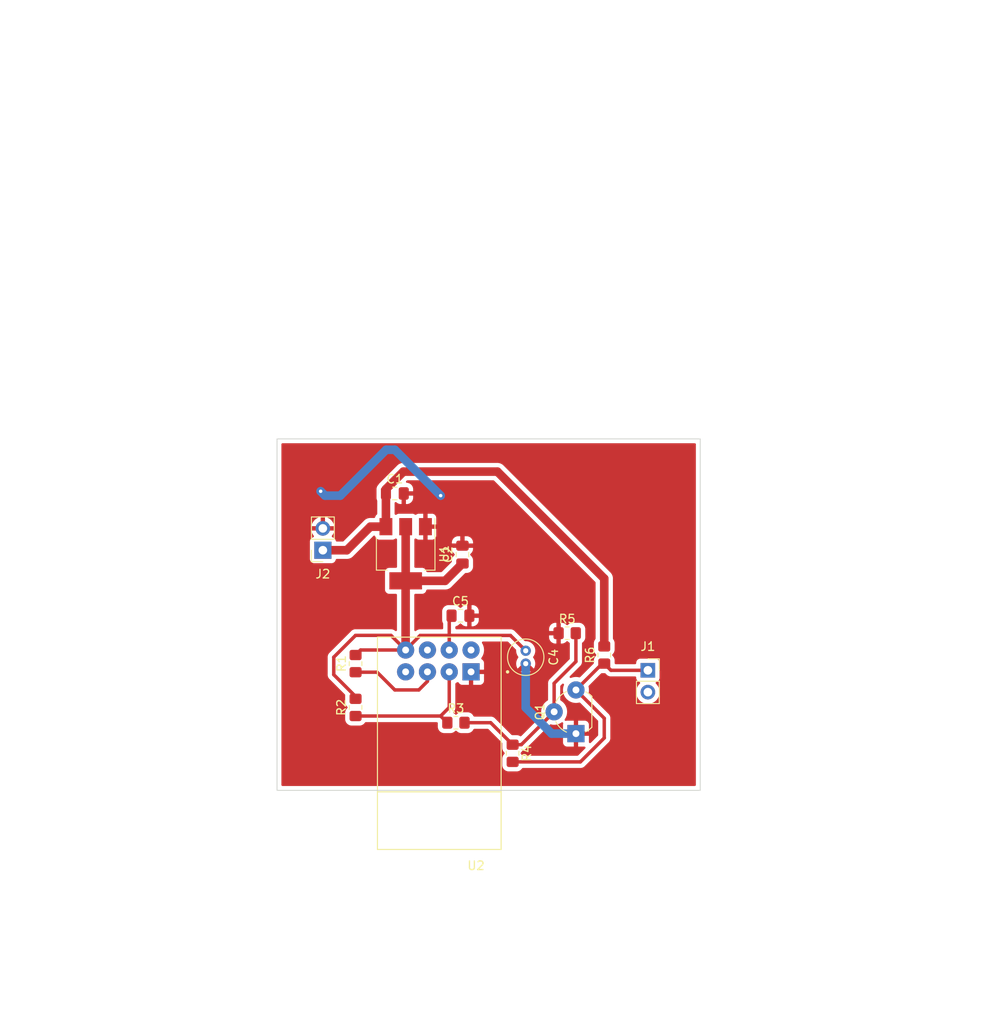
<source format=kicad_pcb>
(kicad_pcb (version 20211014) (generator pcbnew)
  (layers (0 "F.Cu" signal) (31 "B.Cu" signal) (34 "B.Paste" user) (35 "F.Paste" user) (36 "B.SilkS" user "B.Silkscreen") (37 "F.SilkS" user "F.Silkscreen") (38 "B.Mask" user) (39 "F.Mask" user) (44 "Edge.Cuts" user))
  (net 0 "")
  (net 1 "+5V")
  (net 2 "GND")
  (net 3 "3.3v")
  (net 4 "RELAY_IN")
  (net 5 "Net-(Q1-Pad2)")
  (net 6 "GPIO0")
  (net 7 "GPIO2")
  (footprint "Package_TO_SOT_THT:TO-92_Wide" (layer "F.Cu") (at 98.052 146.05 90)
    (fp_text reference "Q1" (at 2.55 -4.19 90) (layer "F.SilkS"))
    (fp_text value "2N3904")
    (fp_line (start 0.74 1.85) (end 4.34 1.85) (layer "F.SilkS") (width 0.12))
    (fp_arc (start 3.65 -2.35) (mid 4.382279 -1.833196) (end 4.895458 -1.098371) (layer "F.SilkS") (width 0.12))
    (fp_arc (start 0.172801 -1.103842) (mid 0.678995 -1.832692) (end 1.4 -2.35) (layer "F.SilkS") (width 0.12))
    (fp_arc (start 4.864184 1.122795) (mid 4.633903 1.509328) (end 4.34 1.85) (layer "F.SilkS") (width 0.12))
    (fp_arc (start 0.74 1.85) (mid 0.446097 1.509328) (end 0.215816 1.122795) (layer "F.SilkS") (width 0.12))
    (pad "1" thru_hole rect (at 0 0 90) (size 2 2) (drill 0.8) (layers *.Cu *.Mask) (net 2 "GND"))
    (pad "2" thru_hole circle (at 2.54 -2.54 90) (size 2 2) (drill 0.8) (layers *.Cu *.Mask) (net 5 "Net-(Q1-Pad2)"))
    (pad "3" thru_hole circle (at 5.08 0 90) (size 2 2) (drill 0.8) (layers *.Cu *.Mask) (net 4 "RELAY_IN"))
  )
  (footprint "Capacitor_SMD:C_0805_2012Metric_Pad1.18x1.45mm_HandSolder" (layer "F.Cu") (at 84.836 125.222 90)
    (fp_text reference "C2" (at 0 -1.68 90) (layer "F.SilkS"))
    (fp_text value "47u")
    (fp_line (start -0.261252 -0.735) (end 0.261252 -0.735) (layer "F.SilkS") (width 0.12))
    (fp_line (start -0.261252 0.735) (end 0.261252 0.735) (layer "F.SilkS") (width 0.12))
    (pad "1" smd roundrect (at -1.0375 0 90) (size 1.175 1.45) (layers "F.Cu" "F.Paste" "F.Mask") (roundrect_rratio 0.2127659574) (net 3 "3.3v"))
    (pad "2" smd roundrect (at 1.0375 0 90) (size 1.175 1.45) (layers "F.Cu" "F.Paste" "F.Mask") (roundrect_rratio 0.2127659574) (net 2 "GND"))
  )
  (footprint "ESP01:XCVR_ESP8266-01_ESP-01" (layer "F.Cu") (at 82.0275 147.175 180)
    (fp_text reference "U2" (at -4.385 -14.235) (layer "F.SilkS"))
    (fp_text value "ESP01")
    (fp_line (start 7.09 -5.65) (end -7.31 -5.65) (layer "F.SilkS") (width 0.127))
    (fp_line (start 7.09 12.35) (end -7.31 12.35) (layer "F.SilkS") (width 0.127))
    (fp_line (start -7.31 12.35) (end -7.31 -5.65) (layer "F.SilkS") (width 0.127))
    (fp_line (start 7.09 -12.35) (end 7.09 -5.65) (layer "F.SilkS") (width 0.127))
    (fp_line (start 7.09 -5.65) (end 7.09 12.35) (layer "F.SilkS") (width 0.127))
    (fp_line (start -7.31 -5.65) (end -7.31 -12.35) (layer "F.SilkS") (width 0.127))
    (fp_line (start -7.31 -12.35) (end 7.09 -12.35) (layer "F.SilkS") (width 0.127))
    (fp_circle (center -8.06 8.31) (end -7.96 8.31) (layer "F.SilkS") (width 0.2) (fill none))
    (pad "1" thru_hole rect (at -3.81 8.31 180) (size 2 2) (drill 0.8) (layers *.Cu *.Mask) (net 2 "GND"))
    (pad "2" thru_hole circle (at -1.27 8.31 180) (size 2 2) (drill 0.8) (layers *.Cu *.Mask) (net 7 "GPIO2"))
    (pad "3" thru_hole circle (at 1.27 8.31 180) (size 2 2) (drill 0.8) (layers *.Cu *.Mask) (net 6 "GPIO0"))
    (pad "4" thru_hole circle (at 3.81 8.31 180) (size 2 2) (drill 0.8) (layers *.Cu *.Mask))
    (pad "5" thru_hole circle (at -3.81 10.85 180) (size 2 2) (drill 0.8) (layers *.Cu *.Mask))
    (pad "6" thru_hole circle (at -1.27 10.85 180) (size 2 2) (drill 0.8) (layers *.Cu *.Mask) (net 3 "3.3v"))
    (pad "7" thru_hole circle (at 1.27 10.85 180) (size 2 2) (drill 0.8) (layers *.Cu *.Mask))
    (pad "8" thru_hole circle (at 3.81 10.85 180) (size 2 2) (drill 0.8) (layers *.Cu *.Mask) (net 3 "3.3v"))
    (zone (net 0) (net_name "") (layer "F.Cu") (connect_pads (clearance 0)) (min_thickness 0.01)
      (keepout (tracks not_allowed) (vias not_allowed) (pads not_allowed) (copperpour not_allowed) (footprints allowed))
      (fill (thermal_gap 0.508) (thermal_bridge_width 0.508))
      (polygon (pts (xy 89.3375 159.525) (xy 74.9375 159.525) (xy 74.9375 152.825) (xy 89.3375 152.825)))
    )
  )
  (footprint "Capacitor_SMD:C_0805_2012Metric_Pad1.18x1.45mm_HandSolder" (layer "F.Cu") (at 84.6035 132.334)
    (fp_text reference "C5" (at 0 -1.68) (layer "F.SilkS"))
    (fp_text value "0.1u")
    (fp_line (start -0.261252 -0.735) (end 0.261252 -0.735) (layer "F.SilkS") (width 0.12))
    (fp_line (start -0.261252 0.735) (end 0.261252 0.735) (layer "F.SilkS") (width 0.12))
    (pad "1" smd roundrect (at -1.0375 0) (size 1.175 1.45) (layers "F.Cu" "F.Paste" "F.Mask") (roundrect_rratio 0.2127659574) (net 3 "3.3v"))
    (pad "2" smd roundrect (at 1.0375 0) (size 1.175 1.45) (layers "F.Cu" "F.Paste" "F.Mask") (roundrect_rratio 0.2127659574) (net 2 "GND"))
  )
  (footprint "Capacitor_SMD:C_0805_2012Metric_Pad1.18x1.45mm_HandSolder" (layer "F.Cu") (at 76.962 118.11)
    (fp_text reference "C1" (at 0 -1.68) (layer "F.SilkS"))
    (fp_text value "10u")
    (fp_line (start -0.261252 -0.735) (end 0.261252 -0.735) (layer "F.SilkS") (width 0.12))
    (fp_line (start -0.261252 0.735) (end 0.261252 0.735) (layer "F.SilkS") (width 0.12))
    (pad "1" smd roundrect (at -1.0375 0) (size 1.175 1.45) (layers "F.Cu" "F.Paste" "F.Mask") (roundrect_rratio 0.2127659574) (net 1 "+5V"))
    (pad "2" smd roundrect (at 1.0375 0) (size 1.175 1.45) (layers "F.Cu" "F.Paste" "F.Mask") (roundrect_rratio 0.2127659574) (net 2 "GND"))
  )
  (footprint "Resistor_SMD:R_0805_2012Metric_Pad1.20x1.40mm_HandSolder" (layer "F.Cu") (at 84.074 144.78)
    (fp_text reference "R3" (at 0 -1.65) (layer "F.SilkS"))
    (fp_text value "1k")
    (fp_line (start -0.227064 -0.735) (end 0.227064 -0.735) (layer "F.SilkS") (width 0.12))
    (fp_line (start -0.227064 0.735) (end 0.227064 0.735) (layer "F.SilkS") (width 0.12))
    (pad "1" smd roundrect (at -1 0) (size 1.2 1.4) (layers "F.Cu" "F.Paste" "F.Mask") (roundrect_rratio 0.2083333333) (net 7 "GPIO2"))
    (pad "2" smd roundrect (at 1 0) (size 1.2 1.4) (layers "F.Cu" "F.Paste" "F.Mask") (roundrect_rratio 0.2083333333) (net 5 "Net-(Q1-Pad2)"))
  )
  (footprint "Connector_PinSocket_2.54mm:PinSocket_1x02_P2.54mm_Vertical" (layer "F.Cu") (at 106.426 138.684)
    (fp_text reference "J1" (at 0 -2.77) (layer "F.SilkS"))
    (fp_text value "RELAY")
    (fp_line (start 1.33 1.27) (end 1.33 3.87) (layer "F.SilkS") (width 0.12))
    (fp_line (start -1.33 1.27) (end -1.33 3.87) (layer "F.SilkS") (width 0.12))
    (fp_line (start 1.33 -1.33) (end 1.33 0) (layer "F.SilkS") (width 0.12))
    (fp_line (start -1.33 1.27) (end 1.33 1.27) (layer "F.SilkS") (width 0.12))
    (fp_line (start -1.33 3.87) (end 1.33 3.87) (layer "F.SilkS") (width 0.12))
    (fp_line (start 0 -1.33) (end 1.33 -1.33) (layer "F.SilkS") (width 0.12))
    (pad "1" thru_hole rect (at 0 0) (size 1.7 1.7) (drill 1) (layers *.Cu *.Mask) (net 4 "RELAY_IN"))
    (pad "2" thru_hole oval (at 0 2.54) (size 1.7 1.7) (drill 1) (layers *.Cu *.Mask) (net 4 "RELAY_IN"))
  )
  (footprint "Resistor_SMD:R_0805_2012Metric_Pad1.20x1.40mm_HandSolder" (layer "F.Cu") (at 101.346 136.906 90)
    (fp_text reference "R6" (at 0 -1.65 90) (layer "F.SilkS"))
    (fp_text value "1k")
    (fp_line (start -0.227064 -0.735) (end 0.227064 -0.735) (layer "F.SilkS") (width 0.12))
    (fp_line (start -0.227064 0.735) (end 0.227064 0.735) (layer "F.SilkS") (width 0.12))
    (pad "1" smd roundrect (at -1 0 90) (size 1.2 1.4) (layers "F.Cu" "F.Paste" "F.Mask") (roundrect_rratio 0.2083333333) (net 4 "RELAY_IN"))
    (pad "2" smd roundrect (at 1 0 90) (size 1.2 1.4) (layers "F.Cu" "F.Paste" "F.Mask") (roundrect_rratio 0.2083333333) (net 1 "+5V"))
  )
  (footprint "Connector_PinSocket_2.54mm:PinSocket_1x02_P2.54mm_Vertical" (layer "F.Cu") (at 68.58 124.714 180)
    (fp_text reference "J2" (at 0 -2.77) (layer "F.SilkS"))
    (fp_text value "Conn_01x02_Male")
    (fp_line (start 0 -1.33) (end 1.33 -1.33) (layer "F.SilkS") (width 0.12))
    (fp_line (start -1.33 3.87) (end 1.33 3.87) (layer "F.SilkS") (width 0.12))
    (fp_line (start 1.33 1.27) (end 1.33 3.87) (layer "F.SilkS") (width 0.12))
    (fp_line (start 1.33 -1.33) (end 1.33 0) (layer "F.SilkS") (width 0.12))
    (fp_line (start -1.33 1.27) (end -1.33 3.87) (layer "F.SilkS") (width 0.12))
    (fp_line (start -1.33 1.27) (end 1.33 1.27) (layer "F.SilkS") (width 0.12))
    (pad "1" thru_hole rect (at 0 0 180) (size 2 2) (drill 1) (layers *.Cu *.Mask) (net 1 "+5V"))
    (pad "2" thru_hole oval (at 0 2.54 180) (size 1.7 1.7) (drill 1) (layers *.Cu *.Mask) (net 2 "GND"))
  )
  (footprint "Resistor_SMD:R_0805_2012Metric_Pad1.20x1.40mm_HandSolder" (layer "F.Cu") (at 72.39 137.906 90)
    (fp_text reference "R1" (at 0 -1.65 90) (layer "F.SilkS"))
    (fp_text value "10k")
    (fp_line (start -0.227064 -0.735) (end 0.227064 -0.735) (layer "F.SilkS") (width 0.12))
    (fp_line (start -0.227064 0.735) (end 0.227064 0.735) (layer "F.SilkS") (width 0.12))
    (pad "1" smd roundrect (at -1 0 90) (size 1.2 1.4) (layers "F.Cu" "F.Paste" "F.Mask") (roundrect_rratio 0.2083333333) (net 6 "GPIO0"))
    (pad "2" smd roundrect (at 1 0 90) (size 1.2 1.4) (layers "F.Cu" "F.Paste" "F.Mask") (roundrect_rratio 0.2083333333) (net 3 "3.3v"))
  )
  (footprint "Package_TO_SOT_SMD:SOT-223-3_TabPin2" (layer "F.Cu") (at 78.225 125.125 -90)
    (fp_text reference "U1" (at 0 -4.5 90) (layer "F.SilkS"))
    (fp_text value "AMS1117-3.3")
    (fp_line (start -1.85 3.41) (end 1.91 3.41) (layer "F.SilkS") (width 0.12))
    (fp_line (start -4.1 -3.41) (end 1.91 -3.41) (layer "F.SilkS") (width 0.12))
    (fp_line (start 1.91 -3.41) (end 1.91 -2.15) (layer "F.SilkS") (width 0.12))
    (fp_line (start 1.91 3.41) (end 1.91 2.15) (layer "F.SilkS") (width 0.12))
    (pad "1" smd rect (at -3.15 -2.3 270) (size 2 1.5) (layers "F.Cu" "F.Paste" "F.Mask") (net 2 "GND"))
    (pad "2" smd rect (at 3.15 0 270) (size 2 3.8) (layers "F.Cu" "F.Paste" "F.Mask") (net 3 "3.3v"))
    (pad "2" smd rect (at -3.15 0 270) (size 2 1.5) (layers "F.Cu" "F.Paste" "F.Mask") (net 3 "3.3v"))
    (pad "3" smd rect (at -3.15 2.3 270) (size 2 1.5) (layers "F.Cu" "F.Paste" "F.Mask") (net 1 "+5V"))
  )
  (footprint "Resistor_SMD:R_0805_2012Metric_Pad1.20x1.40mm_HandSolder" (layer "F.Cu") (at 90.678 148.336 -90)
    (fp_text reference "R4" (at 0 -1.65 90) (layer "F.SilkS"))
    (fp_text value "10k")
    (fp_line (start -0.227064 0.735) (end 0.227064 0.735) (layer "F.SilkS") (width 0.12))
    (fp_line (start -0.227064 -0.735) (end 0.227064 -0.735) (layer "F.SilkS") (width 0.12))
    (pad "1" smd roundrect (at -1 0 270) (size 1.2 1.4) (layers "F.Cu" "F.Paste" "F.Mask") (roundrect_rratio 0.2083333333) (net 5 "Net-(Q1-Pad2)"))
    (pad "2" smd roundrect (at 1 0 270) (size 1.2 1.4) (layers "F.Cu" "F.Paste" "F.Mask") (roundrect_rratio 0.2083333333) (net 4 "RELAY_IN"))
  )
  (footprint "Capacitor_THT:C_Radial_D4.0mm_H7.0mm_P1.50mm" (layer "F.Cu") (at 92.202 136.41 -90)
    (fp_text reference "C4" (at 0.75 -3.25 90) (layer "F.SilkS"))
    (fp_text value "470u")
    (fp_circle (center 0.75 0) (end 2.87 0) (layer "F.SilkS") (width 0.12) (fill none))
    (pad "1" thru_hole circle (at 0 0 270) (size 1.2 1.2) (drill 0.6) (layers *.Cu *.Mask) (net 3 "3.3v"))
    (pad "2" thru_hole circle (at 1.5 0 270) (size 1.2 1.2) (drill 0.6) (layers *.Cu *.Mask) (net 2 "GND"))
  )
  (footprint "Resistor_SMD:R_0805_2012Metric_Pad1.20x1.40mm_HandSolder" (layer "F.Cu") (at 72.39 143.002 90)
    (fp_text reference "R2" (at 0 -1.65 90) (layer "F.SilkS"))
    (fp_text value "10k")
    (fp_line (start -0.227064 -0.735) (end 0.227064 -0.735) (layer "F.SilkS") (width 0.12))
    (fp_line (start -0.227064 0.735) (end 0.227064 0.735) (layer "F.SilkS") (width 0.12))
    (pad "1" smd roundrect (at -1 0 90) (size 1.2 1.4) (layers "F.Cu" "F.Paste" "F.Mask") (roundrect_rratio 0.2083333333) (net 7 "GPIO2"))
    (pad "2" smd roundrect (at 1 0 90) (size 1.2 1.4) (layers "F.Cu" "F.Paste" "F.Mask") (roundrect_rratio 0.2083333333) (net 3 "3.3v"))
  )
  (footprint "Resistor_SMD:R_0805_2012Metric_Pad1.20x1.40mm_HandSolder" (layer "F.Cu") (at 97.028 134.366)
    (fp_text reference "R5" (at 0 -1.65) (layer "F.SilkS"))
    (fp_text value "10k")
    (fp_line (start -0.227064 -0.735) (end 0.227064 -0.735) (layer "F.SilkS") (width 0.12))
    (fp_line (start -0.227064 0.735) (end 0.227064 0.735) (layer "F.SilkS") (width 0.12))
    (pad "1" smd roundrect (at -1 0) (size 1.2 1.4) (layers "F.Cu" "F.Paste" "F.Mask") (roundrect_rratio 0.2083333333) (net 2 "GND"))
    (pad "2" smd roundrect (at 1 0) (size 1.2 1.4) (layers "F.Cu" "F.Paste" "F.Mask") (roundrect_rratio 0.2083333333) (net 5 "Net-(Q1-Pad2)"))
  )
  (gr_poly (pts (xy 112.522 152.654) (xy 63.246 152.654) (xy 63.246 111.76) (xy 112.522 111.76)) (layer "Edge.Cuts") (width 0.1) (fill none))
  (segment (start 75.9245 118.11) (end 75.9245 121.9745) (width 1) (layer "F.Cu") (net 1))
  (segment (start 74.113 121.975) (end 75.925 121.975) (width 1) (layer "F.Cu") (net 1))
  (segment (start 75.9245 117.605412) (end 77.959912 115.57) (width 1) (layer "F.Cu") (net 1))
  (segment (start 71.374 124.714) (end 74.113 121.975) (width 1) (layer "F.Cu") (net 1))
  (segment (start 75.9245 118.11) (end 75.9245 117.605412) (width 1) (layer "F.Cu") (net 1))
  (segment (start 75.9245 121.9745) (end 75.925 121.975) (width 1) (layer "F.Cu") (net 1))
  (segment (start 101.346 128.016) (end 101.346 135.906) (width 1) (layer "F.Cu") (net 1))
  (segment (start 77.959912 115.57) (end 88.9 115.57) (width 1) (layer "F.Cu") (net 1))
  (segment (start 68.58 124.714) (end 71.374 124.714) (width 1) (layer "F.Cu") (net 1))
  (segment (start 88.9 115.57) (end 101.346 128.016) (width 1) (layer "F.Cu") (net 1))
  (via (at 82.296 118.364) (size 1) (drill 0.4) (layers "F.Cu" "B.Cu") (net 2))
  (via (at 68.326 117.856) (size 1) (drill 0.4) (layers "F.Cu" "B.Cu") (net 2))
  (segment (start 82.296 118.364) (end 76.962 113.03) (width 1) (layer "B.Cu") (net 2))
  (segment (start 75.946 113.03) (end 70.612 118.364) (width 1) (layer "B.Cu") (net 2))
  (segment (start 98.052 146.05) (end 95.224263 146.05) (width 1) (layer "B.Cu") (net 2))
  (segment (start 95.224263 146.05) (end 92.202 143.027737) (width 1) (layer "B.Cu") (net 2))
  (segment (start 92.202 143.027737) (end 92.202 138.009511) (width 1) (layer "B.Cu") (net 2))
  (segment (start 70.612 118.364) (end 68.834 118.364) (width 1) (layer "B.Cu") (net 2))
  (segment (start 68.834 118.364) (end 68.326 117.856) (width 1) (layer "B.Cu") (net 2))
  (segment (start 76.962 113.03) (end 75.946 113.03) (width 1) (layer "B.Cu") (net 2))
  (segment (start 69.85 139.192) (end 69.85 137.16) (width 0.4) (layer "F.Cu") (net 3))
  (segment (start 78.2175 136.325) (end 78.2175 128.2825) (width 1) (layer "F.Cu") (net 3))
  (segment (start 72.39 134.62) (end 76.5125 134.62) (width 0.4) (layer "F.Cu") (net 3))
  (segment (start 92.202 136.41) (end 90.417489 134.625489) (width 0.4) (layer "F.Cu") (net 3))
  (segment (start 78.2175 128.2825) (end 78.225 128.275) (width 0.4) (layer "F.Cu") (net 3))
  (segment (start 83.566 132.334) (end 83.2975 132.6025) (width 0.4) (layer "F.Cu") (net 3))
  (segment (start 90.417489 134.625489) (end 83.306511 134.625489) (width 0.4) (layer "F.Cu") (net 3))
  (segment (start 72.971 136.325) (end 72.39 136.906) (width 0.4) (layer "F.Cu") (net 3))
  (segment (start 83.306511 134.625489) (end 79.917011 134.625489) (width 0.4) (layer "F.Cu") (net 3))
  (segment (start 69.85 137.16) (end 72.39 134.62) (width 0.4) (layer "F.Cu") (net 3))
  (segment (start 72.39 142.002) (end 72.39 141.732) (width 0.4) (layer "F.Cu") (net 3))
  (segment (start 76.5125 134.62) (end 78.2175 136.325) (width 0.4) (layer "F.Cu") (net 3))
  (segment (start 83.2975 134.6345) (end 83.306511 134.625489) (width 0.4) (layer "F.Cu") (net 3))
  (segment (start 83.2975 136.325) (end 83.2975 134.6345) (width 0.4) (layer "F.Cu") (net 3))
  (segment (start 72.39 141.732) (end 69.85 139.192) (width 0.4) (layer "F.Cu") (net 3))
  (segment (start 78.2175 136.325) (end 72.971 136.325) (width 0.4) (layer "F.Cu") (net 3))
  (segment (start 79.917011 134.625489) (end 78.2175 136.325) (width 0.4) (layer "F.Cu") (net 3))
  (segment (start 82.8205 128.275) (end 84.836 126.2595) (width 1) (layer "F.Cu") (net 3))
  (segment (start 83.2975 132.6025) (end 83.2975 134.6345) (width 0.4) (layer "F.Cu") (net 3))
  (segment (start 78.225 121.975) (end 78.225 128.275) (width 1) (layer "F.Cu") (net 3))
  (segment (start 78.225 128.275) (end 82.8205 128.275) (width 1) (layer "F.Cu") (net 3))
  (segment (start 101.346 137.906) (end 102.124 138.684) (width 0.4) (layer "F.Cu") (net 4))
  (segment (start 101.116 137.906) (end 98.052 140.97) (width 0.4) (layer "F.Cu") (net 4))
  (segment (start 101.346 144.264) (end 98.052 140.97) (width 0.4) (layer "F.Cu") (net 4))
  (segment (start 102.124 138.684) (end 106.426 138.684) (width 0.4) (layer "F.Cu") (net 4))
  (segment (start 101.346 146.558) (end 101.346 144.264) (width 0.4) (layer "F.Cu") (net 4))
  (segment (start 90.678 149.336) (end 98.568 149.336) (width 0.4) (layer "F.Cu") (net 4))
  (segment (start 101.346 137.906) (end 101.116 137.906) (width 0.4) (layer "F.Cu") (net 4))
  (segment (start 98.568 149.336) (end 101.346 146.558) (width 0.4) (layer "F.Cu") (net 4))
  (segment (start 95.512 143.51) (end 95.512 140.2) (width 0.4) (layer "F.Cu") (net 5))
  (segment (start 91.686 147.336) (end 90.678 147.336) (width 0.4) (layer "F.Cu") (net 5))
  (segment (start 98.044 134.382) (end 98.028 134.366) (width 0.4) (layer "F.Cu") (net 5))
  (segment (start 98.044 137.668) (end 98.044 134.382) (width 0.4) (layer "F.Cu") (net 5))
  (segment (start 95.512 140.2) (end 98.044 137.668) (width 0.4) (layer "F.Cu") (net 5))
  (segment (start 88.122 144.78) (end 90.678 147.336) (width 0.4) (layer "F.Cu") (net 5))
  (segment (start 85.074 144.78) (end 88.122 144.78) (width 0.4) (layer "F.Cu") (net 5))
  (segment (start 95.512 143.51) (end 91.686 147.336) (width 0.4) (layer "F.Cu") (net 5))
  (segment (start 80.7575 139.9685) (end 80.7575 138.865) (width 0.4) (layer "F.Cu") (net 6))
  (segment (start 74.898 138.906) (end 76.962 140.97) (width 0.4) (layer "F.Cu") (net 6))
  (segment (start 72.39 138.906) (end 74.898 138.906) (width 0.4) (layer "F.Cu") (net 6))
  (segment (start 76.962 140.97) (end 79.756 140.97) (width 0.4) (layer "F.Cu") (net 6))
  (segment (start 79.756 140.97) (end 80.7575 139.9685) (width 0.4) (layer "F.Cu") (net 6))
  (segment (start 72.39 144.002) (end 82.296 144.002) (width 0.4) (layer "F.Cu") (net 7))
  (segment (start 83.2975 138.865) (end 83.2975 143.0005) (width 0.4) (layer "F.Cu") (net 7))
  (segment (start 82.296 144.002) (end 83.074 144.78) (width 0.4) (layer "F.Cu") (net 7))
  (segment (start 83.2975 143.0005) (end 82.296 144.002) (width 0.4) (layer "F.Cu") (net 7))
  (zone (net 2) (net_name "GND") (layer "F.Cu") (connect_pads (clearance 0.508)) (min_thickness 0.254) (fill yes (thermal_gap 0.508) (thermal_bridge_width 0.508))
    (polygon (pts (xy 145.796 179.832) (xy 30.988 179.832) (xy 30.988 60.706) (xy 145.796 60.706)))
  )
)
</source>
